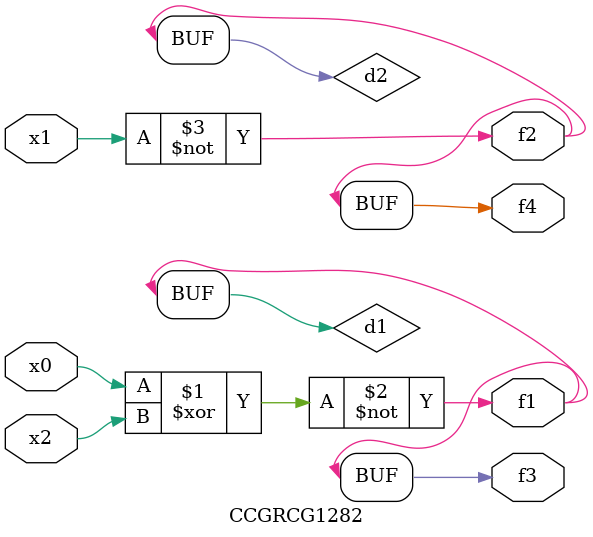
<source format=v>
module CCGRCG1282(
	input x0, x1, x2,
	output f1, f2, f3, f4
);

	wire d1, d2, d3;

	xnor (d1, x0, x2);
	nand (d2, x1);
	nor (d3, x1, x2);
	assign f1 = d1;
	assign f2 = d2;
	assign f3 = d1;
	assign f4 = d2;
endmodule

</source>
